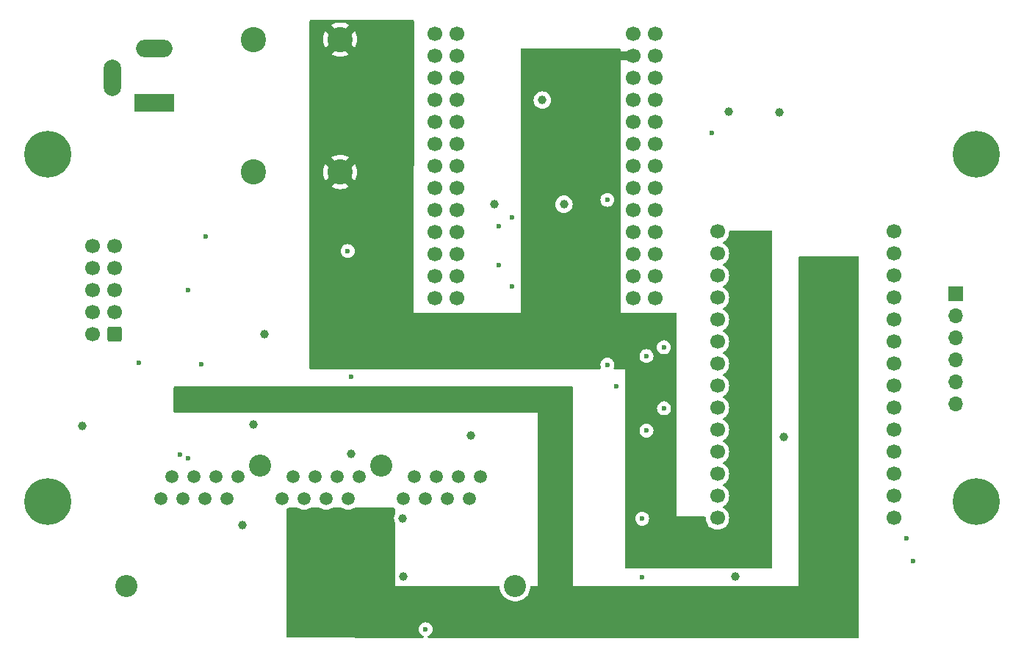
<source format=gbr>
%TF.GenerationSoftware,KiCad,Pcbnew,8.0.0*%
%TF.CreationDate,2024-03-26T17:27:08+01:00*%
%TF.ProjectId,som-exp-host,736f6d2d-6578-4702-9d68-6f73742e6b69,rev?*%
%TF.SameCoordinates,Original*%
%TF.FileFunction,Copper,L2,Inr*%
%TF.FilePolarity,Positive*%
%FSLAX46Y46*%
G04 Gerber Fmt 4.6, Leading zero omitted, Abs format (unit mm)*
G04 Created by KiCad (PCBNEW 8.0.0) date 2024-03-26 17:27:08*
%MOMM*%
%LPD*%
G01*
G04 APERTURE LIST*
G04 Aperture macros list*
%AMRoundRect*
0 Rectangle with rounded corners*
0 $1 Rounding radius*
0 $2 $3 $4 $5 $6 $7 $8 $9 X,Y pos of 4 corners*
0 Add a 4 corners polygon primitive as box body*
4,1,4,$2,$3,$4,$5,$6,$7,$8,$9,$2,$3,0*
0 Add four circle primitives for the rounded corners*
1,1,$1+$1,$2,$3*
1,1,$1+$1,$4,$5*
1,1,$1+$1,$6,$7*
1,1,$1+$1,$8,$9*
0 Add four rect primitives between the rounded corners*
20,1,$1+$1,$2,$3,$4,$5,0*
20,1,$1+$1,$4,$5,$6,$7,0*
20,1,$1+$1,$6,$7,$8,$9,0*
20,1,$1+$1,$8,$9,$2,$3,0*%
G04 Aperture macros list end*
%TA.AperFunction,ComponentPad*%
%ADD10C,5.400000*%
%TD*%
%TA.AperFunction,ComponentPad*%
%ADD11C,2.910000*%
%TD*%
%TA.AperFunction,ComponentPad*%
%ADD12RoundRect,0.250000X0.600000X0.600000X-0.600000X0.600000X-0.600000X-0.600000X0.600000X-0.600000X0*%
%TD*%
%TA.AperFunction,ComponentPad*%
%ADD13C,1.700000*%
%TD*%
%TA.AperFunction,ComponentPad*%
%ADD14R,4.600000X2.000000*%
%TD*%
%TA.AperFunction,ComponentPad*%
%ADD15O,4.200000X2.000000*%
%TD*%
%TA.AperFunction,ComponentPad*%
%ADD16O,2.000000X4.200000*%
%TD*%
%TA.AperFunction,ComponentPad*%
%ADD17R,1.700000X1.700000*%
%TD*%
%TA.AperFunction,ComponentPad*%
%ADD18O,1.700000X1.700000*%
%TD*%
%TA.AperFunction,ComponentPad*%
%ADD19C,1.500000*%
%TD*%
%TA.AperFunction,ComponentPad*%
%ADD20C,2.550000*%
%TD*%
%TA.AperFunction,ViaPad*%
%ADD21C,0.600000*%
%TD*%
%TA.AperFunction,ViaPad*%
%ADD22C,1.000000*%
%TD*%
%TA.AperFunction,Conductor*%
%ADD23C,1.016000*%
%TD*%
G04 APERTURE END LIST*
D10*
%TO.N,unconnected-(H2-Pad1)*%
%TO.C,H2*%
X197500000Y-66250000D03*
%TD*%
D11*
%TO.N,VIN*%
%TO.C,J3*%
X124192000Y-68300000D03*
X124192000Y-53000000D03*
%TD*%
%TO.N,GND*%
%TO.C,J2*%
X114192000Y-68300000D03*
X114192000Y-53000000D03*
%TD*%
D10*
%TO.N,unconnected-(H3-Pad1)*%
%TO.C,H3*%
X90500000Y-106250000D03*
%TD*%
%TO.N,unconnected-(H4-Pad1)*%
%TO.C,H4*%
X197500000Y-106250000D03*
%TD*%
D12*
%TO.N,/JTAG_TCK*%
%TO.C,J7*%
X98226900Y-86950600D03*
D13*
%TO.N,GND*%
X95686900Y-86950600D03*
%TO.N,/JTAG_TDO*%
X98226900Y-84410600D03*
%TO.N,3V3 FPGA*%
X95686900Y-84410600D03*
%TO.N,/JTAG_TMS*%
X98226900Y-81870600D03*
%TO.N,unconnected-(J7-Pin_6-Pad6)*%
X95686900Y-81870600D03*
%TO.N,unconnected-(J7-Pin_7-Pad7)*%
X98226900Y-79330600D03*
%TO.N,unconnected-(J7-Pin_8-Pad8)*%
X95686900Y-79330600D03*
%TO.N,/JTAG_TDI*%
X98226900Y-76790600D03*
%TO.N,GND*%
X95686900Y-76790600D03*
%TD*%
D14*
%TO.N,VIN*%
%TO.C,J5*%
X102750000Y-60300000D03*
D15*
%TO.N,GND*%
X102750000Y-54000000D03*
D16*
X97950000Y-57400000D03*
%TD*%
D17*
%TO.N,3V3 FPGA*%
%TO.C,J6*%
X195130800Y-82340000D03*
D18*
%TO.N,/FPGA_GPIO_1*%
X195130800Y-84880000D03*
%TO.N,/FPGA_GPIO_2*%
X195130800Y-87420000D03*
%TO.N,/SUT_I2C_SDA*%
X195130800Y-89960000D03*
%TO.N,/SUT_I2C_SCL*%
X195130800Y-92500000D03*
%TO.N,GND*%
X195130800Y-95040000D03*
%TD*%
D19*
%TO.N,/LVDS_JTAG_TDO_N*%
%TO.C,J1*%
X103524600Y-105970000D03*
%TO.N,/LVDS_JTAG_TDO_P*%
X104794600Y-103430000D03*
%TO.N,/LVDS_JTAG_TDI_N*%
X106064600Y-105970000D03*
%TO.N,/LVDS_JTAG_TMS_N*%
X107334600Y-103430000D03*
%TO.N,/LVDS_JTAG_TMS_P*%
X108604600Y-105970000D03*
%TO.N,/LVDS_JTAG_TDI_P*%
X109874600Y-103430000D03*
%TO.N,/LVDS_JTAG_TCK_N*%
X111144600Y-105970000D03*
%TO.N,/LVDS_JTAG_TCK_P*%
X112414600Y-103430000D03*
%TO.N,/RS485_UART_TX_0_P*%
X117494600Y-105970000D03*
%TO.N,/RS485_UART_TX_0_N*%
X118764600Y-103430000D03*
%TO.N,GND*%
X120034600Y-105970000D03*
%TO.N,/RS485_UART_RX_0_N*%
X121304600Y-103430000D03*
%TO.N,/RS485_UART_RX_0_P*%
X122574600Y-105970000D03*
%TO.N,GND*%
X123844600Y-103430000D03*
%TO.N,/CAN_I2C_SDA_N*%
X125114600Y-105970000D03*
%TO.N,/CAN_I2C_SDA_P*%
X126384600Y-103430000D03*
%TO.N,/RX485_UART_TX_1_P*%
X131464600Y-105970000D03*
%TO.N,/RX485_UART_TX_1_N*%
X132734600Y-103430000D03*
%TO.N,GND*%
X134004600Y-105970000D03*
%TO.N,/RS485_UART_RX_1_N*%
X135274600Y-103430000D03*
%TO.N,/RS485_UART_RX_1_P*%
X136544600Y-105970000D03*
%TO.N,GND*%
X137814600Y-103430000D03*
%TO.N,/CAN_I2C_SCL_N*%
X139084600Y-105970000D03*
%TO.N,/CAN_I2C_SCL_P*%
X140354600Y-103430000D03*
D20*
%TO.N,unconnected-(J1-PadMH3)*%
X99519600Y-116000000D03*
%TO.N,unconnected-(J1-PadMH4)*%
X144359600Y-116000000D03*
%TO.N,unconnected-(J1-PadMH5)*%
X114954600Y-102160000D03*
%TO.N,unconnected-(J1-PadMH6)*%
X128924600Y-102160000D03*
%TD*%
D13*
%TO.N,GND*%
%TO.C,U2*%
X137627000Y-52378000D03*
%TO.N,Net-(U2-3V3-PadCN2-2)*%
X135087000Y-52378000D03*
%TO.N,GND*%
X137627000Y-54918000D03*
%TO.N,Net-(U2-3V3-PadCN2-2)*%
X135087000Y-54918000D03*
%TO.N,GND*%
X137627000Y-57458000D03*
%TO.N,Net-(U2-3V3-PadCN2-2)*%
X135087000Y-57458000D03*
%TO.N,unconnected-(U2-~{RESET}-PadCN2-7)*%
X137627000Y-59998000D03*
%TO.N,/FTDI_UART_TX_0*%
X135087000Y-59998000D03*
%TO.N,/FTDI_UART_RX_0*%
X137627000Y-62538000D03*
%TO.N,unconnected-(U2-AD2-PadCN2-10)*%
X135087000Y-62538000D03*
%TO.N,unconnected-(U2-AD3-PadCN2-11)*%
X137627000Y-65078000D03*
%TO.N,Net-(U2-3V3-PadCN2-2)*%
X135087000Y-65078000D03*
%TO.N,unconnected-(U2-AD4-PadCN2-13)*%
X137627000Y-67618000D03*
%TO.N,unconnected-(U2-AD5-PadCN2-14)*%
X135087000Y-67618000D03*
%TO.N,unconnected-(U2-AD6-PadCN2-15)*%
X137627000Y-70158000D03*
%TO.N,unconnected-(U2-AD7-PadCN2-16)*%
X135087000Y-70158000D03*
%TO.N,/FTDI_UART_TX_1*%
X137627000Y-72698000D03*
%TO.N,/FTDI_UART_RX_1*%
X135087000Y-72698000D03*
%TO.N,unconnected-(U2-BD2-PadCN2-19)*%
X137627000Y-75238000D03*
%TO.N,unconnected-(U2-BD3-PadCN2-20)*%
X135087000Y-75238000D03*
%TO.N,unconnected-(U2-BD4-PadCN2-21)*%
X137627000Y-77778000D03*
%TO.N,unconnected-(U2-N{slash}A-PadCN2-22)*%
X135087000Y-77778000D03*
%TO.N,unconnected-(U2-BD5-PadCN2-23)*%
X137627000Y-80318000D03*
%TO.N,unconnected-(U2-BD6-PadCN2-24)*%
X135087000Y-80318000D03*
%TO.N,unconnected-(U2-BD7-PadCN2-25)*%
X137627000Y-82858000D03*
%TO.N,unconnected-(U2-~{SUSPEND}-PadCN2-26)*%
X135087000Y-82858000D03*
%TO.N,GND*%
X160517000Y-52378000D03*
%TO.N,unconnected-(U2-VBUS-PadCN3-2)*%
X157977000Y-52378000D03*
%TO.N,GND*%
X160517000Y-54918000D03*
%TO.N,VIN*%
X157977000Y-54918000D03*
%TO.N,unconnected-(U2-CLK-PadCN3-5)*%
X160517000Y-57458000D03*
%TO.N,unconnected-(U2-CS-PadCN3-6)*%
X157977000Y-57458000D03*
%TO.N,unconnected-(U2-~{PWREN}-PadCN3-7)*%
X160517000Y-59998000D03*
%TO.N,unconnected-(U2-DATA-PadCN3-8)*%
X157977000Y-59998000D03*
%TO.N,unconnected-(U2-DD6-PadCN3-9)*%
X160517000Y-62538000D03*
%TO.N,unconnected-(U2-DD7-PadCN3-10)*%
X157977000Y-62538000D03*
%TO.N,Net-(U2-3V3-PadCN2-2)*%
X160517000Y-65078000D03*
%TO.N,unconnected-(U2-DD5-PadCN3-12)*%
X157977000Y-65078000D03*
%TO.N,unconnected-(U2-DD3-PadCN3-13)*%
X160517000Y-67618000D03*
%TO.N,unconnected-(U2-DD4-PadCN3-14)*%
X157977000Y-67618000D03*
%TO.N,/FTDI_UART_CMD_RX*%
X160517000Y-70158000D03*
%TO.N,unconnected-(U2-DD2-PadCN3-16)*%
X157977000Y-70158000D03*
%TO.N,unconnected-(U2-CD7-PadCN3-17)*%
X160517000Y-72698000D03*
%TO.N,/FTDI_UART_CMD_TX*%
X157977000Y-72698000D03*
%TO.N,unconnected-(U2-CD5-PadCN3-19)*%
X160517000Y-75238000D03*
%TO.N,unconnected-(U2-CD6-PadCN3-20)*%
X157977000Y-75238000D03*
%TO.N,Net-(U2-3V3-PadCN2-2)*%
X160517000Y-77778000D03*
%TO.N,unconnected-(U2-CD4-PadCN3-22)*%
X157977000Y-77778000D03*
%TO.N,unconnected-(U2-CD2-PadCN3-23)*%
X160517000Y-80318000D03*
%TO.N,unconnected-(U2-CD3-PadCN3-24)*%
X157977000Y-80318000D03*
%TO.N,/FTDI_UART_CURR_TX*%
X160517000Y-82858000D03*
%TO.N,/FTDI_UART_CURR_RX*%
X157977000Y-82858000D03*
%TD*%
%TO.N,/FTDI_UART_RX_0*%
%TO.C,U1*%
X167680000Y-75160000D03*
%TO.N,/FTDI_UART_TX_0*%
X167680000Y-77700000D03*
%TO.N,/FTDI_UART_RX_1*%
X167680000Y-80240000D03*
%TO.N,/FTDI_UART_TX_1*%
X167680000Y-82780000D03*
%TO.N,/FTDI_UART_CURR_RX*%
X167680000Y-85320000D03*
%TO.N,/FTDI_UART_CURR_TX*%
X167680000Y-87860000D03*
%TO.N,/FTDI_UART_CMD_RX*%
X167680000Y-90400000D03*
%TO.N,/FTDI_UART_CMD_TX*%
X167680000Y-92940000D03*
%TO.N,/SUT_UART_RX_0*%
X167680000Y-95480000D03*
%TO.N,/SUT_UART_TX_0*%
X167680000Y-98020000D03*
%TO.N,/SUT_UART_RX_1*%
X167680000Y-100560000D03*
%TO.N,/SUT_UART_TX_1*%
X167680000Y-103100000D03*
%TO.N,/SUT_I2C_SDA*%
X167680000Y-105640000D03*
%TO.N,/SUT_I2C_SCL*%
X167680000Y-108180000D03*
%TO.N,unconnected-(U1-H19-Pad15)*%
X188000000Y-108180000D03*
%TO.N,unconnected-(U1-L19-Pad16)*%
X188000000Y-105640000D03*
%TO.N,unconnected-(U1-L20-Pad17)*%
X188000000Y-103100000D03*
%TO.N,unconnected-(U1-P15-Pad18)*%
X188000000Y-100560000D03*
%TO.N,unconnected-(U1-N15-Pad19)*%
X188000000Y-98020000D03*
%TO.N,unconnected-(U1-A20-Pad20)*%
X188000000Y-95480000D03*
%TO.N,unconnected-(U1-A19-Pad21)*%
X188000000Y-92940000D03*
%TO.N,/FPGA_GPIO_2*%
X188000000Y-90400000D03*
%TO.N,/FPGA_GPIO_1*%
X188000000Y-87860000D03*
%TO.N,unconnected-(U1-~{RESET}-Pad24)*%
X188000000Y-85320000D03*
%TO.N,GND*%
X188000000Y-82780000D03*
%TO.N,3V3 FPGA*%
X188000000Y-80240000D03*
%TO.N,VIN*%
X188000000Y-77700000D03*
%TO.N,unconnected-(U1-5V-Pad28)*%
X188000000Y-75160000D03*
%TD*%
D10*
%TO.N,unconnected-(H1-Pad1)*%
%TO.C,H1*%
X90500000Y-66250000D03*
%TD*%
D21*
%TO.N,/SUT_UART_TX_0*%
X159500000Y-89500000D03*
X159500000Y-98100000D03*
%TO.N,/SUT_UART_RX_0*%
X161500000Y-88500000D03*
X161524600Y-95524600D03*
%TO.N,3V3 FPGA*%
X121789800Y-115130000D03*
D22*
X145000000Y-94000000D03*
X148750000Y-112750000D03*
X180298800Y-80904600D03*
D21*
X115000000Y-94500000D03*
X127789800Y-112630000D03*
D22*
X127900000Y-94600000D03*
D21*
X127289800Y-116630000D03*
D22*
X139000000Y-120014300D03*
D21*
%TO.N,/SUT_I2C_SDA*%
X134050000Y-121000000D03*
X189500000Y-110500000D03*
%TO.N,/LVDS_JTAG_TDI_N*%
X105709792Y-100889166D03*
%TO.N,/LVDS_JTAG_TDI_P*%
X106700000Y-101300000D03*
%TO.N,/SUT_I2C_SCL*%
X159000000Y-115000000D03*
X190200000Y-113100000D03*
X159000000Y-108250000D03*
%TO.N,/FTDI_UART_RX_1*%
X142500000Y-79000000D03*
X142500000Y-74500000D03*
%TO.N,/FTDI_UART_CMD_TX*%
X156000000Y-93000000D03*
%TO.N,/FTDI_UART_CMD_RX*%
X155000000Y-90500000D03*
X155000000Y-71500000D03*
%TO.N,/FTDI_UART_RX_0*%
X167000000Y-63750000D03*
D22*
%TO.N,/FTDI_UART_TX_0*%
X169000000Y-61300000D03*
D21*
%TO.N,/FTDI_UART_TX_1*%
X144000000Y-81500000D03*
X144000000Y-73500000D03*
D22*
%TO.N,GND*%
X125500000Y-100750000D03*
X169700000Y-114950000D03*
X147500000Y-60000000D03*
X131400000Y-108200000D03*
X114200000Y-97400000D03*
D21*
X125069400Y-77400600D03*
D22*
X174798800Y-61404600D03*
D21*
X108700000Y-75700000D03*
X108214400Y-90439200D03*
D22*
X150000000Y-72000000D03*
X112950000Y-108950000D03*
X131500000Y-114900000D03*
X139250000Y-98700000D03*
X94500000Y-97600000D03*
D21*
X125500000Y-91900000D03*
D22*
X175300000Y-98800000D03*
X115500000Y-87000000D03*
X142000000Y-72000000D03*
D21*
X101000000Y-90314200D03*
D22*
%TO.N,VIN*%
X170798800Y-78404600D03*
X152700000Y-55250000D03*
D21*
%TO.N,/JTAG_TMS*%
X106700000Y-81900000D03*
%TD*%
D23*
%TO.N,VIN*%
X157977000Y-54918000D02*
X154582000Y-54918000D01*
%TD*%
%TA.AperFunction,Conductor*%
%TO.N,3V3 FPGA*%
G36*
X147000000Y-96000000D02*
G01*
X105124000Y-96000000D01*
X105056961Y-95980315D01*
X105011206Y-95927511D01*
X105000000Y-95876000D01*
X105000000Y-93124000D01*
X105019685Y-93056961D01*
X105072489Y-93011206D01*
X105124000Y-93000000D01*
X147000000Y-93000000D01*
X147000000Y-96000000D01*
G37*
%TD.AperFunction*%
%TD*%
%TA.AperFunction,Conductor*%
%TO.N,3V3 FPGA*%
G36*
X142531105Y-116019685D02*
G01*
X142576860Y-116072489D01*
X142587719Y-116114734D01*
X142599005Y-116265358D01*
X142599005Y-116265359D01*
X142599007Y-116265367D01*
X142658223Y-116524805D01*
X142755444Y-116772521D01*
X142888499Y-117002980D01*
X143022506Y-117171018D01*
X143054420Y-117211037D01*
X143168932Y-117317288D01*
X143249490Y-117392035D01*
X143469361Y-117541940D01*
X143709114Y-117657399D01*
X143709115Y-117657399D01*
X143709118Y-117657401D01*
X143963406Y-117735839D01*
X143963407Y-117735839D01*
X143963410Y-117735840D01*
X144226537Y-117775499D01*
X144226542Y-117775499D01*
X144226545Y-117775500D01*
X144226546Y-117775500D01*
X144492654Y-117775500D01*
X144492655Y-117775500D01*
X144492662Y-117775499D01*
X144755789Y-117735840D01*
X144755790Y-117735839D01*
X144755794Y-117735839D01*
X145000000Y-117660510D01*
X145000000Y-121998985D01*
X134375895Y-121989389D01*
X134308873Y-121969644D01*
X134263166Y-121916799D01*
X134253285Y-121847631D01*
X134282367Y-121784102D01*
X134335052Y-121748347D01*
X134368754Y-121736554D01*
X134399520Y-121725790D01*
X134399522Y-121725789D01*
X134552262Y-121629816D01*
X134679816Y-121502262D01*
X134775789Y-121349522D01*
X134835368Y-121179255D01*
X134855565Y-121000000D01*
X134835368Y-120820745D01*
X134775789Y-120650478D01*
X134679816Y-120497738D01*
X134552262Y-120370184D01*
X134399523Y-120274211D01*
X134229254Y-120214631D01*
X134229249Y-120214630D01*
X134050004Y-120194435D01*
X134049996Y-120194435D01*
X133870750Y-120214630D01*
X133870745Y-120214631D01*
X133700476Y-120274211D01*
X133547737Y-120370184D01*
X133420184Y-120497737D01*
X133324211Y-120650476D01*
X133264631Y-120820745D01*
X133264630Y-120820750D01*
X133244435Y-120999996D01*
X133244435Y-121000003D01*
X133264630Y-121179249D01*
X133264631Y-121179254D01*
X133324211Y-121349523D01*
X133420184Y-121502262D01*
X133547738Y-121629816D01*
X133700478Y-121725789D01*
X133763259Y-121747757D01*
X133820035Y-121788479D01*
X133845783Y-121853431D01*
X133832327Y-121921993D01*
X133783940Y-121972396D01*
X133722193Y-121988799D01*
X118126488Y-121974711D01*
X118059466Y-121954966D01*
X118013759Y-121902121D01*
X118002600Y-121850711D01*
X118002600Y-116000018D01*
X118002600Y-116000000D01*
X130500000Y-116000000D01*
X142464066Y-116000000D01*
X142531105Y-116019685D01*
G37*
%TD.AperFunction*%
%TD*%
%TA.AperFunction,Conductor*%
%TO.N,VIN*%
G36*
X156443039Y-54019685D02*
G01*
X156488794Y-54072489D01*
X156500000Y-54124000D01*
X156500000Y-84500000D01*
X162876000Y-84500000D01*
X162943039Y-84519685D01*
X162988794Y-84572489D01*
X163000000Y-84624000D01*
X163000000Y-114000000D01*
X157124000Y-114000000D01*
X157056961Y-113980315D01*
X157011206Y-113927511D01*
X157000000Y-113876000D01*
X157000000Y-108250003D01*
X158194435Y-108250003D01*
X158214630Y-108429249D01*
X158214631Y-108429254D01*
X158274211Y-108599523D01*
X158370184Y-108752262D01*
X158497738Y-108879816D01*
X158650478Y-108975789D01*
X158820745Y-109035368D01*
X158820750Y-109035369D01*
X158999996Y-109055565D01*
X159000000Y-109055565D01*
X159000004Y-109055565D01*
X159179249Y-109035369D01*
X159179252Y-109035368D01*
X159179255Y-109035368D01*
X159349522Y-108975789D01*
X159502262Y-108879816D01*
X159629816Y-108752262D01*
X159725789Y-108599522D01*
X159785368Y-108429255D01*
X159805565Y-108250000D01*
X159799931Y-108200000D01*
X159785369Y-108070750D01*
X159785368Y-108070745D01*
X159725788Y-107900476D01*
X159629815Y-107747737D01*
X159502262Y-107620184D01*
X159349523Y-107524211D01*
X159179254Y-107464631D01*
X159179249Y-107464630D01*
X159000004Y-107444435D01*
X158999996Y-107444435D01*
X158820750Y-107464630D01*
X158820745Y-107464631D01*
X158650476Y-107524211D01*
X158497737Y-107620184D01*
X158370184Y-107747737D01*
X158274211Y-107900476D01*
X158214631Y-108070745D01*
X158214630Y-108070750D01*
X158194435Y-108249996D01*
X158194435Y-108250003D01*
X157000000Y-108250003D01*
X157000000Y-98100003D01*
X158694435Y-98100003D01*
X158714630Y-98279249D01*
X158714631Y-98279254D01*
X158774211Y-98449523D01*
X158870184Y-98602262D01*
X158997738Y-98729816D01*
X159150478Y-98825789D01*
X159320745Y-98885368D01*
X159320750Y-98885369D01*
X159499996Y-98905565D01*
X159500000Y-98905565D01*
X159500004Y-98905565D01*
X159679249Y-98885369D01*
X159679252Y-98885368D01*
X159679255Y-98885368D01*
X159849522Y-98825789D01*
X160002262Y-98729816D01*
X160129816Y-98602262D01*
X160225789Y-98449522D01*
X160285368Y-98279255D01*
X160285369Y-98279249D01*
X160305565Y-98100003D01*
X160305565Y-98099996D01*
X160285369Y-97920750D01*
X160285368Y-97920745D01*
X160225789Y-97750478D01*
X160129816Y-97597738D01*
X160002262Y-97470184D01*
X159849523Y-97374211D01*
X159679254Y-97314631D01*
X159679249Y-97314630D01*
X159500004Y-97294435D01*
X159499996Y-97294435D01*
X159320750Y-97314630D01*
X159320745Y-97314631D01*
X159150476Y-97374211D01*
X158997737Y-97470184D01*
X158870184Y-97597737D01*
X158774211Y-97750476D01*
X158714631Y-97920745D01*
X158714630Y-97920750D01*
X158694435Y-98099996D01*
X158694435Y-98100003D01*
X157000000Y-98100003D01*
X157000000Y-95524603D01*
X160719035Y-95524603D01*
X160739230Y-95703849D01*
X160739231Y-95703854D01*
X160798811Y-95874123D01*
X160867510Y-95983456D01*
X160894784Y-96026862D01*
X161022338Y-96154416D01*
X161175078Y-96250389D01*
X161345345Y-96309968D01*
X161345350Y-96309969D01*
X161524596Y-96330165D01*
X161524600Y-96330165D01*
X161524604Y-96330165D01*
X161703849Y-96309969D01*
X161703852Y-96309968D01*
X161703855Y-96309968D01*
X161874122Y-96250389D01*
X162026862Y-96154416D01*
X162154416Y-96026862D01*
X162250389Y-95874122D01*
X162309968Y-95703855D01*
X162330165Y-95524600D01*
X162309968Y-95345345D01*
X162250389Y-95175078D01*
X162154416Y-95022338D01*
X162026862Y-94894784D01*
X161874123Y-94798811D01*
X161703854Y-94739231D01*
X161703849Y-94739230D01*
X161524604Y-94719035D01*
X161524596Y-94719035D01*
X161345350Y-94739230D01*
X161345345Y-94739231D01*
X161175076Y-94798811D01*
X161022337Y-94894784D01*
X160894784Y-95022337D01*
X160798811Y-95175076D01*
X160739231Y-95345345D01*
X160739230Y-95345350D01*
X160719035Y-95524596D01*
X160719035Y-95524603D01*
X157000000Y-95524603D01*
X157000000Y-91000000D01*
X155847897Y-91000000D01*
X155780858Y-90980315D01*
X155735103Y-90927511D01*
X155725159Y-90858353D01*
X155730855Y-90835046D01*
X155785367Y-90679257D01*
X155785368Y-90679255D01*
X155805565Y-90500000D01*
X155785368Y-90320745D01*
X155725789Y-90150478D01*
X155629816Y-89997738D01*
X155502262Y-89870184D01*
X155469379Y-89849522D01*
X155349523Y-89774211D01*
X155179254Y-89714631D01*
X155179249Y-89714630D01*
X155000004Y-89694435D01*
X154999996Y-89694435D01*
X154820750Y-89714630D01*
X154820745Y-89714631D01*
X154650476Y-89774211D01*
X154497737Y-89870184D01*
X154370184Y-89997737D01*
X154274211Y-90150476D01*
X154214631Y-90320745D01*
X154214630Y-90320750D01*
X154194435Y-90499996D01*
X154194435Y-90500003D01*
X154214630Y-90679249D01*
X154214632Y-90679257D01*
X154269145Y-90835046D01*
X154272706Y-90904824D01*
X154237977Y-90965452D01*
X154175984Y-90997679D01*
X154152103Y-91000000D01*
X132658400Y-91000000D01*
X132659945Y-89500003D01*
X158694435Y-89500003D01*
X158714630Y-89679249D01*
X158714631Y-89679254D01*
X158774211Y-89849523D01*
X158867341Y-89997737D01*
X158870184Y-90002262D01*
X158997738Y-90129816D01*
X159150478Y-90225789D01*
X159320745Y-90285368D01*
X159320750Y-90285369D01*
X159499996Y-90305565D01*
X159500000Y-90305565D01*
X159500004Y-90305565D01*
X159679249Y-90285369D01*
X159679252Y-90285368D01*
X159679255Y-90285368D01*
X159849522Y-90225789D01*
X160002262Y-90129816D01*
X160129816Y-90002262D01*
X160225789Y-89849522D01*
X160285368Y-89679255D01*
X160305565Y-89500000D01*
X160285368Y-89320745D01*
X160225789Y-89150478D01*
X160129816Y-88997738D01*
X160002262Y-88870184D01*
X159969379Y-88849522D01*
X159849523Y-88774211D01*
X159679254Y-88714631D01*
X159679249Y-88714630D01*
X159500004Y-88694435D01*
X159499996Y-88694435D01*
X159320750Y-88714630D01*
X159320745Y-88714631D01*
X159150476Y-88774211D01*
X158997737Y-88870184D01*
X158870184Y-88997737D01*
X158774211Y-89150476D01*
X158714631Y-89320745D01*
X158714630Y-89320750D01*
X158694435Y-89499996D01*
X158694435Y-89500003D01*
X132659945Y-89500003D01*
X132660975Y-88500003D01*
X160694435Y-88500003D01*
X160714630Y-88679249D01*
X160714631Y-88679254D01*
X160774211Y-88849523D01*
X160867341Y-88997737D01*
X160870184Y-89002262D01*
X160997738Y-89129816D01*
X161150478Y-89225789D01*
X161320745Y-89285368D01*
X161320750Y-89285369D01*
X161499996Y-89305565D01*
X161500000Y-89305565D01*
X161500004Y-89305565D01*
X161679249Y-89285369D01*
X161679252Y-89285368D01*
X161679255Y-89285368D01*
X161849522Y-89225789D01*
X162002262Y-89129816D01*
X162129816Y-89002262D01*
X162225789Y-88849522D01*
X162285368Y-88679255D01*
X162305565Y-88500000D01*
X162285368Y-88320745D01*
X162225789Y-88150478D01*
X162129816Y-87997738D01*
X162002262Y-87870184D01*
X161849523Y-87774211D01*
X161679254Y-87714631D01*
X161679249Y-87714630D01*
X161500004Y-87694435D01*
X161499996Y-87694435D01*
X161320750Y-87714630D01*
X161320745Y-87714631D01*
X161150476Y-87774211D01*
X160997737Y-87870184D01*
X160870184Y-87997737D01*
X160774211Y-88150476D01*
X160714631Y-88320745D01*
X160714630Y-88320750D01*
X160694435Y-88499996D01*
X160694435Y-88500003D01*
X132660975Y-88500003D01*
X132665093Y-84500000D01*
X145000000Y-84500000D01*
X145000000Y-72000000D01*
X148994659Y-72000000D01*
X149013975Y-72196129D01*
X149071188Y-72384733D01*
X149164086Y-72558532D01*
X149164090Y-72558539D01*
X149289116Y-72710883D01*
X149441460Y-72835909D01*
X149441467Y-72835913D01*
X149615266Y-72928811D01*
X149615269Y-72928811D01*
X149615273Y-72928814D01*
X149803868Y-72986024D01*
X150000000Y-73005341D01*
X150196132Y-72986024D01*
X150384727Y-72928814D01*
X150558538Y-72835910D01*
X150710883Y-72710883D01*
X150835910Y-72558538D01*
X150928814Y-72384727D01*
X150986024Y-72196132D01*
X151005341Y-72000000D01*
X150986024Y-71803868D01*
X150928814Y-71615273D01*
X150928811Y-71615269D01*
X150928811Y-71615266D01*
X150867201Y-71500003D01*
X154194435Y-71500003D01*
X154214630Y-71679249D01*
X154214631Y-71679254D01*
X154274211Y-71849523D01*
X154368763Y-72000000D01*
X154370184Y-72002262D01*
X154497738Y-72129816D01*
X154650478Y-72225789D01*
X154820745Y-72285368D01*
X154820750Y-72285369D01*
X154999996Y-72305565D01*
X155000000Y-72305565D01*
X155000004Y-72305565D01*
X155179249Y-72285369D01*
X155179252Y-72285368D01*
X155179255Y-72285368D01*
X155349522Y-72225789D01*
X155502262Y-72129816D01*
X155629816Y-72002262D01*
X155725789Y-71849522D01*
X155785368Y-71679255D01*
X155785369Y-71679249D01*
X155805565Y-71500003D01*
X155805565Y-71499996D01*
X155785369Y-71320750D01*
X155785368Y-71320745D01*
X155774301Y-71289117D01*
X155725789Y-71150478D01*
X155629816Y-70997738D01*
X155502262Y-70870184D01*
X155447588Y-70835830D01*
X155349523Y-70774211D01*
X155179254Y-70714631D01*
X155179249Y-70714630D01*
X155000004Y-70694435D01*
X154999996Y-70694435D01*
X154820750Y-70714630D01*
X154820745Y-70714631D01*
X154650476Y-70774211D01*
X154497737Y-70870184D01*
X154370184Y-70997737D01*
X154274211Y-71150476D01*
X154214631Y-71320745D01*
X154214630Y-71320750D01*
X154194435Y-71499996D01*
X154194435Y-71500003D01*
X150867201Y-71500003D01*
X150835913Y-71441467D01*
X150835909Y-71441460D01*
X150710883Y-71289116D01*
X150558539Y-71164090D01*
X150558532Y-71164086D01*
X150384733Y-71071188D01*
X150384727Y-71071186D01*
X150196132Y-71013976D01*
X150196129Y-71013975D01*
X150000000Y-70994659D01*
X149803870Y-71013975D01*
X149615266Y-71071188D01*
X149441467Y-71164086D01*
X149441460Y-71164090D01*
X149289116Y-71289116D01*
X149164090Y-71441460D01*
X149164086Y-71441467D01*
X149071188Y-71615266D01*
X149013975Y-71803870D01*
X148994659Y-72000000D01*
X145000000Y-72000000D01*
X145000000Y-60000000D01*
X146494659Y-60000000D01*
X146513975Y-60196129D01*
X146571188Y-60384733D01*
X146664086Y-60558532D01*
X146664090Y-60558539D01*
X146789116Y-60710883D01*
X146941460Y-60835909D01*
X146941467Y-60835913D01*
X147115266Y-60928811D01*
X147115269Y-60928811D01*
X147115273Y-60928814D01*
X147303868Y-60986024D01*
X147500000Y-61005341D01*
X147696132Y-60986024D01*
X147884727Y-60928814D01*
X148058538Y-60835910D01*
X148210883Y-60710883D01*
X148335910Y-60558538D01*
X148428814Y-60384727D01*
X148486024Y-60196132D01*
X148505341Y-60000000D01*
X148486024Y-59803868D01*
X148428814Y-59615273D01*
X148428811Y-59615269D01*
X148428811Y-59615266D01*
X148335913Y-59441467D01*
X148335909Y-59441460D01*
X148210883Y-59289116D01*
X148058539Y-59164090D01*
X148058532Y-59164086D01*
X147884733Y-59071188D01*
X147884727Y-59071186D01*
X147696132Y-59013976D01*
X147696129Y-59013975D01*
X147500000Y-58994659D01*
X147303870Y-59013975D01*
X147115266Y-59071188D01*
X146941467Y-59164086D01*
X146941460Y-59164090D01*
X146789116Y-59289116D01*
X146664090Y-59441460D01*
X146664086Y-59441467D01*
X146571188Y-59615266D01*
X146513975Y-59803870D01*
X146494659Y-60000000D01*
X145000000Y-60000000D01*
X145000000Y-54124000D01*
X145019685Y-54056961D01*
X145072489Y-54011206D01*
X145124000Y-54000000D01*
X156376000Y-54000000D01*
X156443039Y-54019685D01*
G37*
%TD.AperFunction*%
%TD*%
%TA.AperFunction,Conductor*%
%TO.N,VIN*%
G36*
X132642756Y-50770185D02*
G01*
X132688511Y-50822989D01*
X132699717Y-50874628D01*
X132665092Y-84500000D01*
X132665093Y-84500000D01*
X132658400Y-91000000D01*
X120793600Y-91000000D01*
X120726561Y-90980315D01*
X120680806Y-90927511D01*
X120669600Y-90876000D01*
X120669600Y-77400603D01*
X124263835Y-77400603D01*
X124284030Y-77579849D01*
X124284031Y-77579854D01*
X124343611Y-77750123D01*
X124439584Y-77902862D01*
X124567138Y-78030416D01*
X124719878Y-78126389D01*
X124890145Y-78185968D01*
X124890150Y-78185969D01*
X125069396Y-78206165D01*
X125069400Y-78206165D01*
X125069404Y-78206165D01*
X125248649Y-78185969D01*
X125248652Y-78185968D01*
X125248655Y-78185968D01*
X125418922Y-78126389D01*
X125571662Y-78030416D01*
X125699216Y-77902862D01*
X125795189Y-77750122D01*
X125854768Y-77579855D01*
X125874965Y-77400600D01*
X125854768Y-77221345D01*
X125795189Y-77051078D01*
X125699216Y-76898338D01*
X125571662Y-76770784D01*
X125418923Y-76674811D01*
X125248654Y-76615231D01*
X125248649Y-76615230D01*
X125069404Y-76595035D01*
X125069396Y-76595035D01*
X124890150Y-76615230D01*
X124890145Y-76615231D01*
X124719876Y-76674811D01*
X124567137Y-76770784D01*
X124439584Y-76898337D01*
X124343611Y-77051076D01*
X124284031Y-77221345D01*
X124284030Y-77221350D01*
X124263835Y-77400596D01*
X124263835Y-77400603D01*
X120669600Y-77400603D01*
X120669600Y-68300001D01*
X122232006Y-68300001D01*
X122251956Y-68578937D01*
X122251957Y-68578944D01*
X122311398Y-68852187D01*
X122409127Y-69114212D01*
X122409129Y-69114217D01*
X122501503Y-69283387D01*
X122501504Y-69283387D01*
X123249766Y-68535126D01*
X123259277Y-68582938D01*
X123332398Y-68759467D01*
X123438552Y-68918339D01*
X123573661Y-69053448D01*
X123732533Y-69159602D01*
X123909062Y-69232723D01*
X123956873Y-69242233D01*
X123208611Y-69990494D01*
X123208611Y-69990495D01*
X123377783Y-70082870D01*
X123377787Y-70082872D01*
X123639812Y-70180601D01*
X123913055Y-70240042D01*
X123913062Y-70240043D01*
X124191999Y-70259994D01*
X124192001Y-70259994D01*
X124470937Y-70240043D01*
X124470944Y-70240042D01*
X124744187Y-70180601D01*
X125006212Y-70082872D01*
X125006216Y-70082870D01*
X125175387Y-69990495D01*
X125175387Y-69990494D01*
X124427126Y-69242233D01*
X124474938Y-69232723D01*
X124651467Y-69159602D01*
X124810339Y-69053448D01*
X124945448Y-68918339D01*
X125051602Y-68759467D01*
X125124723Y-68582938D01*
X125134233Y-68535126D01*
X125882494Y-69283387D01*
X125882495Y-69283387D01*
X125974870Y-69114216D01*
X125974872Y-69114212D01*
X126072601Y-68852187D01*
X126132042Y-68578944D01*
X126132043Y-68578937D01*
X126151994Y-68300001D01*
X126151994Y-68299998D01*
X126132043Y-68021062D01*
X126132042Y-68021055D01*
X126072601Y-67747812D01*
X125974872Y-67485787D01*
X125974870Y-67485783D01*
X125882494Y-67316611D01*
X125134233Y-68064872D01*
X125124723Y-68017062D01*
X125051602Y-67840533D01*
X124945448Y-67681661D01*
X124810339Y-67546552D01*
X124651467Y-67440398D01*
X124474938Y-67367277D01*
X124427126Y-67357766D01*
X125175387Y-66609504D01*
X125175387Y-66609503D01*
X125006217Y-66517129D01*
X125006212Y-66517127D01*
X124744187Y-66419398D01*
X124470944Y-66359957D01*
X124470937Y-66359956D01*
X124192001Y-66340006D01*
X124191999Y-66340006D01*
X123913062Y-66359956D01*
X123913055Y-66359957D01*
X123639812Y-66419398D01*
X123377793Y-66517125D01*
X123377788Y-66517127D01*
X123208611Y-66609503D01*
X123208611Y-66609504D01*
X123956873Y-67357766D01*
X123909062Y-67367277D01*
X123732533Y-67440398D01*
X123573661Y-67546552D01*
X123438552Y-67681661D01*
X123332398Y-67840533D01*
X123259277Y-68017062D01*
X123249766Y-68064873D01*
X122501504Y-67316611D01*
X122501503Y-67316611D01*
X122409127Y-67485788D01*
X122409125Y-67485793D01*
X122311398Y-67747812D01*
X122251957Y-68021055D01*
X122251956Y-68021062D01*
X122232006Y-68299998D01*
X122232006Y-68300001D01*
X120669600Y-68300001D01*
X120669600Y-53000001D01*
X122232006Y-53000001D01*
X122251956Y-53278937D01*
X122251957Y-53278944D01*
X122311398Y-53552187D01*
X122409127Y-53814212D01*
X122409129Y-53814217D01*
X122501503Y-53983387D01*
X122501504Y-53983387D01*
X123249766Y-53235126D01*
X123259277Y-53282938D01*
X123332398Y-53459467D01*
X123438552Y-53618339D01*
X123573661Y-53753448D01*
X123732533Y-53859602D01*
X123909062Y-53932723D01*
X123956873Y-53942233D01*
X123208611Y-54690494D01*
X123208611Y-54690495D01*
X123377783Y-54782870D01*
X123377787Y-54782872D01*
X123639812Y-54880601D01*
X123913055Y-54940042D01*
X123913062Y-54940043D01*
X124191999Y-54959994D01*
X124192001Y-54959994D01*
X124470937Y-54940043D01*
X124470944Y-54940042D01*
X124744187Y-54880601D01*
X125006212Y-54782872D01*
X125006216Y-54782870D01*
X125175387Y-54690495D01*
X125175387Y-54690494D01*
X124427126Y-53942233D01*
X124474938Y-53932723D01*
X124651467Y-53859602D01*
X124810339Y-53753448D01*
X124945448Y-53618339D01*
X125051602Y-53459467D01*
X125124723Y-53282938D01*
X125134233Y-53235126D01*
X125882494Y-53983387D01*
X125882495Y-53983387D01*
X125974870Y-53814216D01*
X125974872Y-53814212D01*
X126072601Y-53552187D01*
X126132042Y-53278944D01*
X126132043Y-53278937D01*
X126151994Y-53000001D01*
X126151994Y-52999998D01*
X126132043Y-52721062D01*
X126132042Y-52721055D01*
X126072601Y-52447812D01*
X125974872Y-52185787D01*
X125974870Y-52185783D01*
X125882494Y-52016611D01*
X125134233Y-52764872D01*
X125124723Y-52717062D01*
X125051602Y-52540533D01*
X124945448Y-52381661D01*
X124810339Y-52246552D01*
X124651467Y-52140398D01*
X124474938Y-52067277D01*
X124427126Y-52057766D01*
X125175387Y-51309504D01*
X125175387Y-51309503D01*
X125006217Y-51217129D01*
X125006212Y-51217127D01*
X124744187Y-51119398D01*
X124470944Y-51059957D01*
X124470937Y-51059956D01*
X124192001Y-51040006D01*
X124191999Y-51040006D01*
X123913062Y-51059956D01*
X123913055Y-51059957D01*
X123639812Y-51119398D01*
X123377793Y-51217125D01*
X123377788Y-51217127D01*
X123208611Y-51309503D01*
X123208611Y-51309504D01*
X123956873Y-52057766D01*
X123909062Y-52067277D01*
X123732533Y-52140398D01*
X123573661Y-52246552D01*
X123438552Y-52381661D01*
X123332398Y-52540533D01*
X123259277Y-52717062D01*
X123249766Y-52764873D01*
X122501504Y-52016611D01*
X122501503Y-52016611D01*
X122409127Y-52185788D01*
X122409125Y-52185793D01*
X122311398Y-52447812D01*
X122251957Y-52721055D01*
X122251956Y-52721062D01*
X122232006Y-52999998D01*
X122232006Y-53000001D01*
X120669600Y-53000001D01*
X120669600Y-50874500D01*
X120689285Y-50807461D01*
X120742089Y-50761706D01*
X120793600Y-50750500D01*
X132575717Y-50750500D01*
X132642756Y-50770185D01*
G37*
%TD.AperFunction*%
%TD*%
%TA.AperFunction,Conductor*%
%TO.N,3V3 FPGA*%
G36*
X150943039Y-93019685D02*
G01*
X150988794Y-93072489D01*
X151000000Y-93124000D01*
X151000000Y-116000000D01*
X147000000Y-116000000D01*
X147000000Y-93000000D01*
X150876000Y-93000000D01*
X150943039Y-93019685D01*
G37*
%TD.AperFunction*%
%TD*%
%TA.AperFunction,Conductor*%
%TO.N,3V3 FPGA*%
G36*
X119353352Y-107019685D02*
G01*
X119357436Y-107022425D01*
X119388418Y-107044118D01*
X119406961Y-107057102D01*
X119605270Y-107149575D01*
X119816623Y-107206207D01*
X119999526Y-107222208D01*
X120034598Y-107225277D01*
X120034600Y-107225277D01*
X120034602Y-107225277D01*
X120062854Y-107222805D01*
X120252577Y-107206207D01*
X120463930Y-107149575D01*
X120662239Y-107057102D01*
X120691451Y-107036647D01*
X120711764Y-107022425D01*
X120777970Y-107000098D01*
X120782887Y-107000000D01*
X121826313Y-107000000D01*
X121893352Y-107019685D01*
X121897436Y-107022425D01*
X121928418Y-107044118D01*
X121946961Y-107057102D01*
X122145270Y-107149575D01*
X122356623Y-107206207D01*
X122539526Y-107222208D01*
X122574598Y-107225277D01*
X122574600Y-107225277D01*
X122574602Y-107225277D01*
X122602854Y-107222805D01*
X122792577Y-107206207D01*
X123003930Y-107149575D01*
X123202239Y-107057102D01*
X123231451Y-107036647D01*
X123251764Y-107022425D01*
X123317970Y-107000098D01*
X123322887Y-107000000D01*
X124366313Y-107000000D01*
X124433352Y-107019685D01*
X124437436Y-107022425D01*
X124468418Y-107044118D01*
X124486961Y-107057102D01*
X124685270Y-107149575D01*
X124896623Y-107206207D01*
X125079526Y-107222208D01*
X125114598Y-107225277D01*
X125114600Y-107225277D01*
X125114602Y-107225277D01*
X125142854Y-107222805D01*
X125332577Y-107206207D01*
X125543930Y-107149575D01*
X125742239Y-107057102D01*
X125771451Y-107036647D01*
X125791764Y-107022425D01*
X125857970Y-107000098D01*
X125862887Y-107000000D01*
X130376000Y-107000000D01*
X130443039Y-107019685D01*
X130488794Y-107072489D01*
X130500000Y-107124000D01*
X130500000Y-107730304D01*
X130485360Y-107788754D01*
X130471187Y-107815270D01*
X130413975Y-108003870D01*
X130394659Y-108200000D01*
X130413975Y-108396129D01*
X130471188Y-108584732D01*
X130485357Y-108611239D01*
X130500000Y-108669694D01*
X130500000Y-114839678D01*
X130499403Y-114851832D01*
X130494659Y-114899999D01*
X130499403Y-114948166D01*
X130500000Y-114960320D01*
X130500000Y-116000000D01*
X118002600Y-116000000D01*
X118000055Y-107193102D01*
X118019719Y-107126064D01*
X118071647Y-107080693D01*
X118122239Y-107057102D01*
X118171763Y-107022425D01*
X118237969Y-107000098D01*
X118242886Y-107000000D01*
X119286313Y-107000000D01*
X119353352Y-107019685D01*
G37*
%TD.AperFunction*%
%TD*%
%TA.AperFunction,Conductor*%
%TO.N,3V3 FPGA*%
G36*
X183943039Y-78019685D02*
G01*
X183988794Y-78072489D01*
X184000000Y-78124000D01*
X184000000Y-121876000D01*
X183980315Y-121943039D01*
X183927511Y-121988794D01*
X183876000Y-122000000D01*
X178000000Y-122000000D01*
X178000000Y-116000000D01*
X177000000Y-116000000D01*
X177000000Y-78124000D01*
X177019685Y-78056961D01*
X177072489Y-78011206D01*
X177124000Y-78000000D01*
X183876000Y-78000000D01*
X183943039Y-78019685D01*
G37*
%TD.AperFunction*%
%TD*%
%TA.AperFunction,Conductor*%
%TO.N,VIN*%
G36*
X173943039Y-75019685D02*
G01*
X173988794Y-75072489D01*
X174000000Y-75124000D01*
X174000000Y-113876000D01*
X173980315Y-113943039D01*
X173927511Y-113988794D01*
X173876000Y-114000000D01*
X170033282Y-114000000D01*
X169997287Y-113994661D01*
X169896130Y-113963975D01*
X169700000Y-113944659D01*
X169503869Y-113963975D01*
X169402713Y-113994661D01*
X169366718Y-114000000D01*
X163000000Y-114000000D01*
X163000000Y-108000000D01*
X166204767Y-108000000D01*
X166271806Y-108019685D01*
X166317561Y-108072489D01*
X166328295Y-108134808D01*
X166324341Y-108179999D01*
X166324341Y-108180000D01*
X166344936Y-108415403D01*
X166344938Y-108415413D01*
X166406094Y-108643655D01*
X166406096Y-108643659D01*
X166406097Y-108643663D01*
X166505965Y-108857830D01*
X166505967Y-108857834D01*
X166614281Y-109012521D01*
X166641505Y-109051401D01*
X166808599Y-109218495D01*
X166905384Y-109286265D01*
X167002165Y-109354032D01*
X167002167Y-109354033D01*
X167002170Y-109354035D01*
X167216337Y-109453903D01*
X167444592Y-109515063D01*
X167632918Y-109531539D01*
X167679999Y-109535659D01*
X167680000Y-109535659D01*
X167680001Y-109535659D01*
X167719234Y-109532226D01*
X167915408Y-109515063D01*
X168143663Y-109453903D01*
X168357830Y-109354035D01*
X168551401Y-109218495D01*
X168718495Y-109051401D01*
X168854035Y-108857830D01*
X168953903Y-108643663D01*
X169015063Y-108415408D01*
X169035659Y-108180000D01*
X169015063Y-107944592D01*
X168953903Y-107716337D01*
X168854035Y-107502171D01*
X168718495Y-107308599D01*
X168718494Y-107308597D01*
X168551402Y-107141506D01*
X168551396Y-107141501D01*
X168365842Y-107011575D01*
X168322217Y-106956998D01*
X168315023Y-106887500D01*
X168346546Y-106825145D01*
X168365842Y-106808425D01*
X168388026Y-106792891D01*
X168551401Y-106678495D01*
X168718495Y-106511401D01*
X168854035Y-106317830D01*
X168953903Y-106103663D01*
X169015063Y-105875408D01*
X169035659Y-105640000D01*
X169015063Y-105404592D01*
X168953903Y-105176337D01*
X168854035Y-104962171D01*
X168718495Y-104768599D01*
X168718494Y-104768597D01*
X168551402Y-104601506D01*
X168551396Y-104601501D01*
X168365842Y-104471575D01*
X168322217Y-104416998D01*
X168315023Y-104347500D01*
X168346546Y-104285145D01*
X168365842Y-104268425D01*
X168388026Y-104252891D01*
X168551401Y-104138495D01*
X168718495Y-103971401D01*
X168854035Y-103777830D01*
X168953903Y-103563663D01*
X169015063Y-103335408D01*
X169035659Y-103100000D01*
X169015063Y-102864592D01*
X168953903Y-102636337D01*
X168854035Y-102422171D01*
X168718495Y-102228599D01*
X168718494Y-102228597D01*
X168551402Y-102061506D01*
X168551396Y-102061501D01*
X168365842Y-101931575D01*
X168322217Y-101876998D01*
X168315023Y-101807500D01*
X168346546Y-101745145D01*
X168365842Y-101728425D01*
X168388026Y-101712891D01*
X168551401Y-101598495D01*
X168718495Y-101431401D01*
X168854035Y-101237830D01*
X168953903Y-101023663D01*
X169015063Y-100795408D01*
X169035659Y-100560000D01*
X169015063Y-100324592D01*
X168953903Y-100096337D01*
X168854035Y-99882171D01*
X168718495Y-99688599D01*
X168718494Y-99688597D01*
X168551402Y-99521506D01*
X168551396Y-99521501D01*
X168365842Y-99391575D01*
X168322217Y-99336998D01*
X168315023Y-99267500D01*
X168346546Y-99205145D01*
X168365842Y-99188425D01*
X168388026Y-99172891D01*
X168551401Y-99058495D01*
X168718495Y-98891401D01*
X168854035Y-98697830D01*
X168953903Y-98483663D01*
X169015063Y-98255408D01*
X169035659Y-98020000D01*
X169015063Y-97784592D01*
X168953903Y-97556337D01*
X168854035Y-97342171D01*
X168718495Y-97148599D01*
X168718494Y-97148597D01*
X168551402Y-96981506D01*
X168551396Y-96981501D01*
X168365842Y-96851575D01*
X168322217Y-96796998D01*
X168315023Y-96727500D01*
X168346546Y-96665145D01*
X168365842Y-96648425D01*
X168388026Y-96632891D01*
X168551401Y-96518495D01*
X168718495Y-96351401D01*
X168854035Y-96157830D01*
X168953903Y-95943663D01*
X169015063Y-95715408D01*
X169035659Y-95480000D01*
X169015063Y-95244592D01*
X168953903Y-95016337D01*
X168854035Y-94802171D01*
X168718495Y-94608599D01*
X168718494Y-94608597D01*
X168551402Y-94441506D01*
X168551396Y-94441501D01*
X168365842Y-94311575D01*
X168322217Y-94256998D01*
X168315023Y-94187500D01*
X168346546Y-94125145D01*
X168365842Y-94108425D01*
X168388026Y-94092891D01*
X168551401Y-93978495D01*
X168718495Y-93811401D01*
X168854035Y-93617830D01*
X168953903Y-93403663D01*
X169015063Y-93175408D01*
X169035659Y-92940000D01*
X169015063Y-92704592D01*
X168953903Y-92476337D01*
X168854035Y-92262171D01*
X168718495Y-92068599D01*
X168718494Y-92068597D01*
X168551402Y-91901506D01*
X168551396Y-91901501D01*
X168365842Y-91771575D01*
X168322217Y-91716998D01*
X168315023Y-91647500D01*
X168346546Y-91585145D01*
X168365842Y-91568425D01*
X168388026Y-91552891D01*
X168551401Y-91438495D01*
X168718495Y-91271401D01*
X168854035Y-91077830D01*
X168953903Y-90863663D01*
X169015063Y-90635408D01*
X169035659Y-90400000D01*
X169015063Y-90164592D01*
X168953903Y-89936337D01*
X168854035Y-89722171D01*
X168718495Y-89528599D01*
X168718494Y-89528597D01*
X168551402Y-89361506D01*
X168551396Y-89361501D01*
X168365842Y-89231575D01*
X168322217Y-89176998D01*
X168315023Y-89107500D01*
X168346546Y-89045145D01*
X168365842Y-89028425D01*
X168388026Y-89012891D01*
X168551401Y-88898495D01*
X168718495Y-88731401D01*
X168854035Y-88537830D01*
X168953903Y-88323663D01*
X169015063Y-88095408D01*
X169035659Y-87860000D01*
X169015063Y-87624592D01*
X168953903Y-87396337D01*
X168854035Y-87182171D01*
X168718495Y-86988599D01*
X168718494Y-86988597D01*
X168551402Y-86821506D01*
X168551396Y-86821501D01*
X168365842Y-86691575D01*
X168322217Y-86636998D01*
X168315023Y-86567500D01*
X168346546Y-86505145D01*
X168365842Y-86488425D01*
X168388026Y-86472891D01*
X168551401Y-86358495D01*
X168718495Y-86191401D01*
X168854035Y-85997830D01*
X168953903Y-85783663D01*
X169015063Y-85555408D01*
X169035659Y-85320000D01*
X169015063Y-85084592D01*
X168953903Y-84856337D01*
X168854035Y-84642171D01*
X168718495Y-84448599D01*
X168718494Y-84448597D01*
X168551402Y-84281506D01*
X168551396Y-84281501D01*
X168365842Y-84151575D01*
X168322217Y-84096998D01*
X168315023Y-84027500D01*
X168346546Y-83965145D01*
X168365842Y-83948425D01*
X168388026Y-83932891D01*
X168551401Y-83818495D01*
X168718495Y-83651401D01*
X168854035Y-83457830D01*
X168953903Y-83243663D01*
X169015063Y-83015408D01*
X169035659Y-82780000D01*
X169015063Y-82544592D01*
X168953903Y-82316337D01*
X168854035Y-82102171D01*
X168718495Y-81908599D01*
X168718494Y-81908597D01*
X168551402Y-81741506D01*
X168551396Y-81741501D01*
X168365842Y-81611575D01*
X168322217Y-81556998D01*
X168315023Y-81487500D01*
X168346546Y-81425145D01*
X168365842Y-81408425D01*
X168388026Y-81392891D01*
X168551401Y-81278495D01*
X168718495Y-81111401D01*
X168854035Y-80917830D01*
X168953903Y-80703663D01*
X169015063Y-80475408D01*
X169035659Y-80240000D01*
X169015063Y-80004592D01*
X168953903Y-79776337D01*
X168854035Y-79562171D01*
X168718495Y-79368599D01*
X168718494Y-79368597D01*
X168551402Y-79201506D01*
X168551396Y-79201501D01*
X168365842Y-79071575D01*
X168322217Y-79016998D01*
X168315023Y-78947500D01*
X168346546Y-78885145D01*
X168365842Y-78868425D01*
X168388026Y-78852891D01*
X168551401Y-78738495D01*
X168718495Y-78571401D01*
X168854035Y-78377830D01*
X168953903Y-78163663D01*
X169015063Y-77935408D01*
X169035659Y-77700000D01*
X169015063Y-77464592D01*
X168953903Y-77236337D01*
X168854035Y-77022171D01*
X168718495Y-76828599D01*
X168718494Y-76828597D01*
X168551402Y-76661506D01*
X168551396Y-76661501D01*
X168365842Y-76531575D01*
X168322217Y-76476998D01*
X168315023Y-76407500D01*
X168346546Y-76345145D01*
X168365842Y-76328425D01*
X168388026Y-76312891D01*
X168551401Y-76198495D01*
X168718495Y-76031401D01*
X168854035Y-75837830D01*
X168953903Y-75623663D01*
X169015063Y-75395408D01*
X169035659Y-75160000D01*
X169033455Y-75134808D01*
X169047222Y-75066308D01*
X169095837Y-75016125D01*
X169156983Y-75000000D01*
X173876000Y-75000000D01*
X173943039Y-75019685D01*
G37*
%TD.AperFunction*%
%TD*%
%TA.AperFunction,Conductor*%
%TO.N,3V3 FPGA*%
G36*
X178000000Y-122000000D02*
G01*
X177000000Y-122000000D01*
X146120400Y-122000000D01*
X145052408Y-122000000D01*
X145049107Y-121999030D01*
X145000000Y-121998985D01*
X145000000Y-117660510D01*
X145010082Y-117657401D01*
X145249840Y-117541940D01*
X145469710Y-117392035D01*
X145664783Y-117211033D01*
X145830701Y-117002980D01*
X145963756Y-116772521D01*
X146060977Y-116524805D01*
X146120193Y-116265367D01*
X146131481Y-116114733D01*
X146156120Y-116049353D01*
X146212195Y-116007672D01*
X146255134Y-116000000D01*
X147000000Y-116000000D01*
X178000000Y-116000000D01*
X178000000Y-122000000D01*
G37*
%TD.AperFunction*%
%TD*%
M02*

</source>
